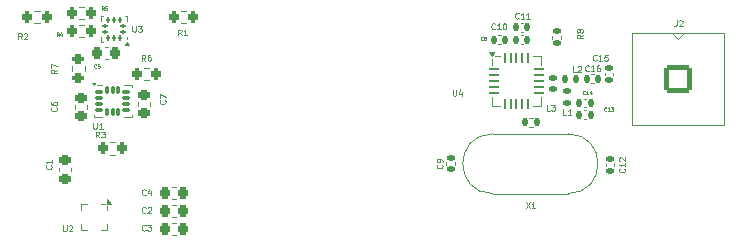
<source format=gto>
G04 #@! TF.GenerationSoftware,KiCad,Pcbnew,9.0.5*
G04 #@! TF.CreationDate,2025-11-03T18:46:07+02:00*
G04 #@! TF.ProjectId,elecDeTrimisproiect,656c6563-4465-4547-9269-6d697370726f,rev?*
G04 #@! TF.SameCoordinates,Original*
G04 #@! TF.FileFunction,Legend,Top*
G04 #@! TF.FilePolarity,Positive*
%FSLAX46Y46*%
G04 Gerber Fmt 4.6, Leading zero omitted, Abs format (unit mm)*
G04 Created by KiCad (PCBNEW 9.0.5) date 2025-11-03 18:46:07*
%MOMM*%
%LPD*%
G01*
G04 APERTURE LIST*
G04 Aperture macros list*
%AMRoundRect*
0 Rectangle with rounded corners*
0 $1 Rounding radius*
0 $2 $3 $4 $5 $6 $7 $8 $9 X,Y pos of 4 corners*
0 Add a 4 corners polygon primitive as box body*
4,1,4,$2,$3,$4,$5,$6,$7,$8,$9,$2,$3,0*
0 Add four circle primitives for the rounded corners*
1,1,$1+$1,$2,$3*
1,1,$1+$1,$4,$5*
1,1,$1+$1,$6,$7*
1,1,$1+$1,$8,$9*
0 Add four rect primitives between the rounded corners*
20,1,$1+$1,$2,$3,$4,$5,0*
20,1,$1+$1,$4,$5,$6,$7,0*
20,1,$1+$1,$6,$7,$8,$9,0*
20,1,$1+$1,$8,$9,$2,$3,0*%
G04 Aperture macros list end*
%ADD10C,0.125000*%
%ADD11C,0.075000*%
%ADD12C,0.120000*%
%ADD13R,2.500000X2.500000*%
%ADD14RoundRect,0.062500X-0.062500X-0.350000X0.062500X-0.350000X0.062500X0.350000X-0.062500X0.350000X0*%
%ADD15RoundRect,0.062500X-0.350000X-0.062500X0.350000X-0.062500X0.350000X0.062500X-0.350000X0.062500X0*%
%ADD16RoundRect,0.087500X0.125000X0.087500X-0.125000X0.087500X-0.125000X-0.087500X0.125000X-0.087500X0*%
%ADD17RoundRect,0.087500X0.087500X0.125000X-0.087500X0.125000X-0.087500X-0.125000X0.087500X-0.125000X0*%
%ADD18RoundRect,0.225000X-0.250000X0.225000X-0.250000X-0.225000X0.250000X-0.225000X0.250000X0.225000X0*%
%ADD19RoundRect,0.140000X0.170000X-0.140000X0.170000X0.140000X-0.170000X0.140000X-0.170000X-0.140000X0*%
%ADD20RoundRect,0.140000X-0.140000X-0.170000X0.140000X-0.170000X0.140000X0.170000X-0.140000X0.170000X0*%
%ADD21RoundRect,0.225000X0.225000X0.250000X-0.225000X0.250000X-0.225000X-0.250000X0.225000X-0.250000X0*%
%ADD22RoundRect,0.225000X-0.225000X-0.250000X0.225000X-0.250000X0.225000X0.250000X-0.225000X0.250000X0*%
%ADD23RoundRect,0.200000X0.200000X0.275000X-0.200000X0.275000X-0.200000X-0.275000X0.200000X-0.275000X0*%
%ADD24RoundRect,0.200000X-0.275000X0.200000X-0.275000X-0.200000X0.275000X-0.200000X0.275000X0.200000X0*%
%ADD25RoundRect,0.200100X-0.949900X0.949900X-0.949900X-0.949900X0.949900X-0.949900X0.949900X0.949900X0*%
%ADD26C,2.200000*%
%ADD27RoundRect,0.200000X-0.200000X-0.275000X0.200000X-0.275000X0.200000X0.275000X-0.200000X0.275000X0*%
%ADD28RoundRect,0.135000X-0.135000X-0.185000X0.135000X-0.185000X0.135000X0.185000X-0.135000X0.185000X0*%
%ADD29RoundRect,0.225000X0.250000X-0.225000X0.250000X0.225000X-0.250000X0.225000X-0.250000X-0.225000X0*%
%ADD30R,0.350000X0.375000*%
%ADD31R,0.375000X0.350000*%
%ADD32C,1.500000*%
%ADD33RoundRect,0.147500X0.172500X-0.147500X0.172500X0.147500X-0.172500X0.147500X-0.172500X-0.147500X0*%
%ADD34RoundRect,0.135000X-0.185000X0.135000X-0.185000X-0.135000X0.185000X-0.135000X0.185000X0.135000X0*%
%ADD35RoundRect,0.140000X0.140000X0.170000X-0.140000X0.170000X-0.140000X-0.170000X0.140000X-0.170000X0*%
%ADD36RoundRect,0.087500X-0.225000X-0.087500X0.225000X-0.087500X0.225000X0.087500X-0.225000X0.087500X0*%
%ADD37RoundRect,0.087500X-0.087500X-0.225000X0.087500X-0.225000X0.087500X0.225000X-0.087500X0.225000X0*%
%ADD38RoundRect,0.147500X-0.172500X0.147500X-0.172500X-0.147500X0.172500X-0.147500X0.172500X0.147500X0*%
%ADD39RoundRect,0.147500X-0.147500X-0.172500X0.147500X-0.172500X0.147500X0.172500X-0.147500X0.172500X0*%
%ADD40R,1.700000X1.700000*%
%ADD41C,1.700000*%
%ADD42C,5.400000*%
G04 APERTURE END LIST*
D10*
X67119047Y-44237309D02*
X67119047Y-44642071D01*
X67119047Y-44642071D02*
X67142857Y-44689690D01*
X67142857Y-44689690D02*
X67166666Y-44713500D01*
X67166666Y-44713500D02*
X67214285Y-44737309D01*
X67214285Y-44737309D02*
X67309523Y-44737309D01*
X67309523Y-44737309D02*
X67357142Y-44713500D01*
X67357142Y-44713500D02*
X67380952Y-44689690D01*
X67380952Y-44689690D02*
X67404761Y-44642071D01*
X67404761Y-44642071D02*
X67404761Y-44237309D01*
X67857143Y-44403976D02*
X67857143Y-44737309D01*
X67738095Y-44213500D02*
X67619048Y-44570642D01*
X67619048Y-44570642D02*
X67928571Y-44570642D01*
X39981547Y-38837309D02*
X39981547Y-39242071D01*
X39981547Y-39242071D02*
X40005357Y-39289690D01*
X40005357Y-39289690D02*
X40029166Y-39313500D01*
X40029166Y-39313500D02*
X40076785Y-39337309D01*
X40076785Y-39337309D02*
X40172023Y-39337309D01*
X40172023Y-39337309D02*
X40219642Y-39313500D01*
X40219642Y-39313500D02*
X40243452Y-39289690D01*
X40243452Y-39289690D02*
X40267261Y-39242071D01*
X40267261Y-39242071D02*
X40267261Y-38837309D01*
X40457738Y-38837309D02*
X40767262Y-38837309D01*
X40767262Y-38837309D02*
X40600595Y-39027785D01*
X40600595Y-39027785D02*
X40672024Y-39027785D01*
X40672024Y-39027785D02*
X40719643Y-39051595D01*
X40719643Y-39051595D02*
X40743452Y-39075404D01*
X40743452Y-39075404D02*
X40767262Y-39123023D01*
X40767262Y-39123023D02*
X40767262Y-39242071D01*
X40767262Y-39242071D02*
X40743452Y-39289690D01*
X40743452Y-39289690D02*
X40719643Y-39313500D01*
X40719643Y-39313500D02*
X40672024Y-39337309D01*
X40672024Y-39337309D02*
X40529167Y-39337309D01*
X40529167Y-39337309D02*
X40481548Y-39313500D01*
X40481548Y-39313500D02*
X40457738Y-39289690D01*
X33089690Y-50658333D02*
X33113500Y-50682142D01*
X33113500Y-50682142D02*
X33137309Y-50753571D01*
X33137309Y-50753571D02*
X33137309Y-50801190D01*
X33137309Y-50801190D02*
X33113500Y-50872618D01*
X33113500Y-50872618D02*
X33065880Y-50920237D01*
X33065880Y-50920237D02*
X33018261Y-50944047D01*
X33018261Y-50944047D02*
X32923023Y-50967856D01*
X32923023Y-50967856D02*
X32851595Y-50967856D01*
X32851595Y-50967856D02*
X32756357Y-50944047D01*
X32756357Y-50944047D02*
X32708738Y-50920237D01*
X32708738Y-50920237D02*
X32661119Y-50872618D01*
X32661119Y-50872618D02*
X32637309Y-50801190D01*
X32637309Y-50801190D02*
X32637309Y-50753571D01*
X32637309Y-50753571D02*
X32661119Y-50682142D01*
X32661119Y-50682142D02*
X32684928Y-50658333D01*
X33137309Y-50182142D02*
X33137309Y-50467856D01*
X33137309Y-50324999D02*
X32637309Y-50324999D01*
X32637309Y-50324999D02*
X32708738Y-50372618D01*
X32708738Y-50372618D02*
X32756357Y-50420237D01*
X32756357Y-50420237D02*
X32780166Y-50467856D01*
X79278571Y-41739690D02*
X79254762Y-41763500D01*
X79254762Y-41763500D02*
X79183333Y-41787309D01*
X79183333Y-41787309D02*
X79135714Y-41787309D01*
X79135714Y-41787309D02*
X79064286Y-41763500D01*
X79064286Y-41763500D02*
X79016667Y-41715880D01*
X79016667Y-41715880D02*
X78992857Y-41668261D01*
X78992857Y-41668261D02*
X78969048Y-41573023D01*
X78969048Y-41573023D02*
X78969048Y-41501595D01*
X78969048Y-41501595D02*
X78992857Y-41406357D01*
X78992857Y-41406357D02*
X79016667Y-41358738D01*
X79016667Y-41358738D02*
X79064286Y-41311119D01*
X79064286Y-41311119D02*
X79135714Y-41287309D01*
X79135714Y-41287309D02*
X79183333Y-41287309D01*
X79183333Y-41287309D02*
X79254762Y-41311119D01*
X79254762Y-41311119D02*
X79278571Y-41334928D01*
X79754762Y-41787309D02*
X79469048Y-41787309D01*
X79611905Y-41787309D02*
X79611905Y-41287309D01*
X79611905Y-41287309D02*
X79564286Y-41358738D01*
X79564286Y-41358738D02*
X79516667Y-41406357D01*
X79516667Y-41406357D02*
X79469048Y-41430166D01*
X80207142Y-41287309D02*
X79969047Y-41287309D01*
X79969047Y-41287309D02*
X79945238Y-41525404D01*
X79945238Y-41525404D02*
X79969047Y-41501595D01*
X79969047Y-41501595D02*
X80016666Y-41477785D01*
X80016666Y-41477785D02*
X80135714Y-41477785D01*
X80135714Y-41477785D02*
X80183333Y-41501595D01*
X80183333Y-41501595D02*
X80207142Y-41525404D01*
X80207142Y-41525404D02*
X80230952Y-41573023D01*
X80230952Y-41573023D02*
X80230952Y-41692071D01*
X80230952Y-41692071D02*
X80207142Y-41739690D01*
X80207142Y-41739690D02*
X80183333Y-41763500D01*
X80183333Y-41763500D02*
X80135714Y-41787309D01*
X80135714Y-41787309D02*
X80016666Y-41787309D01*
X80016666Y-41787309D02*
X79969047Y-41763500D01*
X79969047Y-41763500D02*
X79945238Y-41739690D01*
X33539690Y-45745833D02*
X33563500Y-45769642D01*
X33563500Y-45769642D02*
X33587309Y-45841071D01*
X33587309Y-45841071D02*
X33587309Y-45888690D01*
X33587309Y-45888690D02*
X33563500Y-45960118D01*
X33563500Y-45960118D02*
X33515880Y-46007737D01*
X33515880Y-46007737D02*
X33468261Y-46031547D01*
X33468261Y-46031547D02*
X33373023Y-46055356D01*
X33373023Y-46055356D02*
X33301595Y-46055356D01*
X33301595Y-46055356D02*
X33206357Y-46031547D01*
X33206357Y-46031547D02*
X33158738Y-46007737D01*
X33158738Y-46007737D02*
X33111119Y-45960118D01*
X33111119Y-45960118D02*
X33087309Y-45888690D01*
X33087309Y-45888690D02*
X33087309Y-45841071D01*
X33087309Y-45841071D02*
X33111119Y-45769642D01*
X33111119Y-45769642D02*
X33134928Y-45745833D01*
X33087309Y-45317261D02*
X33087309Y-45412499D01*
X33087309Y-45412499D02*
X33111119Y-45460118D01*
X33111119Y-45460118D02*
X33134928Y-45483928D01*
X33134928Y-45483928D02*
X33206357Y-45531547D01*
X33206357Y-45531547D02*
X33301595Y-45555356D01*
X33301595Y-45555356D02*
X33492071Y-45555356D01*
X33492071Y-45555356D02*
X33539690Y-45531547D01*
X33539690Y-45531547D02*
X33563500Y-45507737D01*
X33563500Y-45507737D02*
X33587309Y-45460118D01*
X33587309Y-45460118D02*
X33587309Y-45364880D01*
X33587309Y-45364880D02*
X33563500Y-45317261D01*
X33563500Y-45317261D02*
X33539690Y-45293452D01*
X33539690Y-45293452D02*
X33492071Y-45269642D01*
X33492071Y-45269642D02*
X33373023Y-45269642D01*
X33373023Y-45269642D02*
X33325404Y-45293452D01*
X33325404Y-45293452D02*
X33301595Y-45317261D01*
X33301595Y-45317261D02*
X33277785Y-45364880D01*
X33277785Y-45364880D02*
X33277785Y-45460118D01*
X33277785Y-45460118D02*
X33301595Y-45507737D01*
X33301595Y-45507737D02*
X33325404Y-45531547D01*
X33325404Y-45531547D02*
X33373023Y-45555356D01*
X78608571Y-42639690D02*
X78584762Y-42663500D01*
X78584762Y-42663500D02*
X78513333Y-42687309D01*
X78513333Y-42687309D02*
X78465714Y-42687309D01*
X78465714Y-42687309D02*
X78394286Y-42663500D01*
X78394286Y-42663500D02*
X78346667Y-42615880D01*
X78346667Y-42615880D02*
X78322857Y-42568261D01*
X78322857Y-42568261D02*
X78299048Y-42473023D01*
X78299048Y-42473023D02*
X78299048Y-42401595D01*
X78299048Y-42401595D02*
X78322857Y-42306357D01*
X78322857Y-42306357D02*
X78346667Y-42258738D01*
X78346667Y-42258738D02*
X78394286Y-42211119D01*
X78394286Y-42211119D02*
X78465714Y-42187309D01*
X78465714Y-42187309D02*
X78513333Y-42187309D01*
X78513333Y-42187309D02*
X78584762Y-42211119D01*
X78584762Y-42211119D02*
X78608571Y-42234928D01*
X79084762Y-42687309D02*
X78799048Y-42687309D01*
X78941905Y-42687309D02*
X78941905Y-42187309D01*
X78941905Y-42187309D02*
X78894286Y-42258738D01*
X78894286Y-42258738D02*
X78846667Y-42306357D01*
X78846667Y-42306357D02*
X78799048Y-42330166D01*
X79513333Y-42187309D02*
X79418095Y-42187309D01*
X79418095Y-42187309D02*
X79370476Y-42211119D01*
X79370476Y-42211119D02*
X79346666Y-42234928D01*
X79346666Y-42234928D02*
X79299047Y-42306357D01*
X79299047Y-42306357D02*
X79275238Y-42401595D01*
X79275238Y-42401595D02*
X79275238Y-42592071D01*
X79275238Y-42592071D02*
X79299047Y-42639690D01*
X79299047Y-42639690D02*
X79322857Y-42663500D01*
X79322857Y-42663500D02*
X79370476Y-42687309D01*
X79370476Y-42687309D02*
X79465714Y-42687309D01*
X79465714Y-42687309D02*
X79513333Y-42663500D01*
X79513333Y-42663500D02*
X79537142Y-42639690D01*
X79537142Y-42639690D02*
X79560952Y-42592071D01*
X79560952Y-42592071D02*
X79560952Y-42473023D01*
X79560952Y-42473023D02*
X79537142Y-42425404D01*
X79537142Y-42425404D02*
X79513333Y-42401595D01*
X79513333Y-42401595D02*
X79465714Y-42377785D01*
X79465714Y-42377785D02*
X79370476Y-42377785D01*
X79370476Y-42377785D02*
X79322857Y-42401595D01*
X79322857Y-42401595D02*
X79299047Y-42425404D01*
X79299047Y-42425404D02*
X79275238Y-42473023D01*
X66192190Y-50598333D02*
X66216000Y-50622142D01*
X66216000Y-50622142D02*
X66239809Y-50693571D01*
X66239809Y-50693571D02*
X66239809Y-50741190D01*
X66239809Y-50741190D02*
X66216000Y-50812618D01*
X66216000Y-50812618D02*
X66168380Y-50860237D01*
X66168380Y-50860237D02*
X66120761Y-50884047D01*
X66120761Y-50884047D02*
X66025523Y-50907856D01*
X66025523Y-50907856D02*
X65954095Y-50907856D01*
X65954095Y-50907856D02*
X65858857Y-50884047D01*
X65858857Y-50884047D02*
X65811238Y-50860237D01*
X65811238Y-50860237D02*
X65763619Y-50812618D01*
X65763619Y-50812618D02*
X65739809Y-50741190D01*
X65739809Y-50741190D02*
X65739809Y-50693571D01*
X65739809Y-50693571D02*
X65763619Y-50622142D01*
X65763619Y-50622142D02*
X65787428Y-50598333D01*
X66239809Y-50360237D02*
X66239809Y-50264999D01*
X66239809Y-50264999D02*
X66216000Y-50217380D01*
X66216000Y-50217380D02*
X66192190Y-50193571D01*
X66192190Y-50193571D02*
X66120761Y-50145952D01*
X66120761Y-50145952D02*
X66025523Y-50122142D01*
X66025523Y-50122142D02*
X65835047Y-50122142D01*
X65835047Y-50122142D02*
X65787428Y-50145952D01*
X65787428Y-50145952D02*
X65763619Y-50169761D01*
X65763619Y-50169761D02*
X65739809Y-50217380D01*
X65739809Y-50217380D02*
X65739809Y-50312618D01*
X65739809Y-50312618D02*
X65763619Y-50360237D01*
X65763619Y-50360237D02*
X65787428Y-50384047D01*
X65787428Y-50384047D02*
X65835047Y-50407856D01*
X65835047Y-50407856D02*
X65954095Y-50407856D01*
X65954095Y-50407856D02*
X66001714Y-50384047D01*
X66001714Y-50384047D02*
X66025523Y-50360237D01*
X66025523Y-50360237D02*
X66049333Y-50312618D01*
X66049333Y-50312618D02*
X66049333Y-50217380D01*
X66049333Y-50217380D02*
X66025523Y-50169761D01*
X66025523Y-50169761D02*
X66001714Y-50145952D01*
X66001714Y-50145952D02*
X65954095Y-50122142D01*
D11*
X36912500Y-42368814D02*
X36898214Y-42383100D01*
X36898214Y-42383100D02*
X36855357Y-42397385D01*
X36855357Y-42397385D02*
X36826785Y-42397385D01*
X36826785Y-42397385D02*
X36783928Y-42383100D01*
X36783928Y-42383100D02*
X36755357Y-42354528D01*
X36755357Y-42354528D02*
X36741071Y-42325957D01*
X36741071Y-42325957D02*
X36726785Y-42268814D01*
X36726785Y-42268814D02*
X36726785Y-42225957D01*
X36726785Y-42225957D02*
X36741071Y-42168814D01*
X36741071Y-42168814D02*
X36755357Y-42140242D01*
X36755357Y-42140242D02*
X36783928Y-42111671D01*
X36783928Y-42111671D02*
X36826785Y-42097385D01*
X36826785Y-42097385D02*
X36855357Y-42097385D01*
X36855357Y-42097385D02*
X36898214Y-42111671D01*
X36898214Y-42111671D02*
X36912500Y-42125957D01*
X37183928Y-42097385D02*
X37041071Y-42097385D01*
X37041071Y-42097385D02*
X37026785Y-42240242D01*
X37026785Y-42240242D02*
X37041071Y-42225957D01*
X37041071Y-42225957D02*
X37069643Y-42211671D01*
X37069643Y-42211671D02*
X37141071Y-42211671D01*
X37141071Y-42211671D02*
X37169643Y-42225957D01*
X37169643Y-42225957D02*
X37183928Y-42240242D01*
X37183928Y-42240242D02*
X37198214Y-42268814D01*
X37198214Y-42268814D02*
X37198214Y-42340242D01*
X37198214Y-42340242D02*
X37183928Y-42368814D01*
X37183928Y-42368814D02*
X37169643Y-42383100D01*
X37169643Y-42383100D02*
X37141071Y-42397385D01*
X37141071Y-42397385D02*
X37069643Y-42397385D01*
X37069643Y-42397385D02*
X37041071Y-42383100D01*
X37041071Y-42383100D02*
X37026785Y-42368814D01*
D10*
X41091666Y-54627190D02*
X41067857Y-54651000D01*
X41067857Y-54651000D02*
X40996428Y-54674809D01*
X40996428Y-54674809D02*
X40948809Y-54674809D01*
X40948809Y-54674809D02*
X40877381Y-54651000D01*
X40877381Y-54651000D02*
X40829762Y-54603380D01*
X40829762Y-54603380D02*
X40805952Y-54555761D01*
X40805952Y-54555761D02*
X40782143Y-54460523D01*
X40782143Y-54460523D02*
X40782143Y-54389095D01*
X40782143Y-54389095D02*
X40805952Y-54293857D01*
X40805952Y-54293857D02*
X40829762Y-54246238D01*
X40829762Y-54246238D02*
X40877381Y-54198619D01*
X40877381Y-54198619D02*
X40948809Y-54174809D01*
X40948809Y-54174809D02*
X40996428Y-54174809D01*
X40996428Y-54174809D02*
X41067857Y-54198619D01*
X41067857Y-54198619D02*
X41091666Y-54222428D01*
X41282143Y-54222428D02*
X41305952Y-54198619D01*
X41305952Y-54198619D02*
X41353571Y-54174809D01*
X41353571Y-54174809D02*
X41472619Y-54174809D01*
X41472619Y-54174809D02*
X41520238Y-54198619D01*
X41520238Y-54198619D02*
X41544047Y-54222428D01*
X41544047Y-54222428D02*
X41567857Y-54270047D01*
X41567857Y-54270047D02*
X41567857Y-54317666D01*
X41567857Y-54317666D02*
X41544047Y-54389095D01*
X41544047Y-54389095D02*
X41258333Y-54674809D01*
X41258333Y-54674809D02*
X41567857Y-54674809D01*
X70678571Y-39089690D02*
X70654762Y-39113500D01*
X70654762Y-39113500D02*
X70583333Y-39137309D01*
X70583333Y-39137309D02*
X70535714Y-39137309D01*
X70535714Y-39137309D02*
X70464286Y-39113500D01*
X70464286Y-39113500D02*
X70416667Y-39065880D01*
X70416667Y-39065880D02*
X70392857Y-39018261D01*
X70392857Y-39018261D02*
X70369048Y-38923023D01*
X70369048Y-38923023D02*
X70369048Y-38851595D01*
X70369048Y-38851595D02*
X70392857Y-38756357D01*
X70392857Y-38756357D02*
X70416667Y-38708738D01*
X70416667Y-38708738D02*
X70464286Y-38661119D01*
X70464286Y-38661119D02*
X70535714Y-38637309D01*
X70535714Y-38637309D02*
X70583333Y-38637309D01*
X70583333Y-38637309D02*
X70654762Y-38661119D01*
X70654762Y-38661119D02*
X70678571Y-38684928D01*
X71154762Y-39137309D02*
X70869048Y-39137309D01*
X71011905Y-39137309D02*
X71011905Y-38637309D01*
X71011905Y-38637309D02*
X70964286Y-38708738D01*
X70964286Y-38708738D02*
X70916667Y-38756357D01*
X70916667Y-38756357D02*
X70869048Y-38780166D01*
X71464285Y-38637309D02*
X71511904Y-38637309D01*
X71511904Y-38637309D02*
X71559523Y-38661119D01*
X71559523Y-38661119D02*
X71583333Y-38684928D01*
X71583333Y-38684928D02*
X71607142Y-38732547D01*
X71607142Y-38732547D02*
X71630952Y-38827785D01*
X71630952Y-38827785D02*
X71630952Y-38946833D01*
X71630952Y-38946833D02*
X71607142Y-39042071D01*
X71607142Y-39042071D02*
X71583333Y-39089690D01*
X71583333Y-39089690D02*
X71559523Y-39113500D01*
X71559523Y-39113500D02*
X71511904Y-39137309D01*
X71511904Y-39137309D02*
X71464285Y-39137309D01*
X71464285Y-39137309D02*
X71416666Y-39113500D01*
X71416666Y-39113500D02*
X71392857Y-39089690D01*
X71392857Y-39089690D02*
X71369047Y-39042071D01*
X71369047Y-39042071D02*
X71345238Y-38946833D01*
X71345238Y-38946833D02*
X71345238Y-38827785D01*
X71345238Y-38827785D02*
X71369047Y-38732547D01*
X71369047Y-38732547D02*
X71392857Y-38684928D01*
X71392857Y-38684928D02*
X71416666Y-38661119D01*
X71416666Y-38661119D02*
X71464285Y-38637309D01*
D11*
X80107143Y-46018814D02*
X80092857Y-46033100D01*
X80092857Y-46033100D02*
X80050000Y-46047385D01*
X80050000Y-46047385D02*
X80021428Y-46047385D01*
X80021428Y-46047385D02*
X79978571Y-46033100D01*
X79978571Y-46033100D02*
X79950000Y-46004528D01*
X79950000Y-46004528D02*
X79935714Y-45975957D01*
X79935714Y-45975957D02*
X79921428Y-45918814D01*
X79921428Y-45918814D02*
X79921428Y-45875957D01*
X79921428Y-45875957D02*
X79935714Y-45818814D01*
X79935714Y-45818814D02*
X79950000Y-45790242D01*
X79950000Y-45790242D02*
X79978571Y-45761671D01*
X79978571Y-45761671D02*
X80021428Y-45747385D01*
X80021428Y-45747385D02*
X80050000Y-45747385D01*
X80050000Y-45747385D02*
X80092857Y-45761671D01*
X80092857Y-45761671D02*
X80107143Y-45775957D01*
X80392857Y-46047385D02*
X80221428Y-46047385D01*
X80307143Y-46047385D02*
X80307143Y-45747385D01*
X80307143Y-45747385D02*
X80278571Y-45790242D01*
X80278571Y-45790242D02*
X80250000Y-45818814D01*
X80250000Y-45818814D02*
X80221428Y-45833100D01*
X80492857Y-45747385D02*
X80678571Y-45747385D01*
X80678571Y-45747385D02*
X80578571Y-45861671D01*
X80578571Y-45861671D02*
X80621428Y-45861671D01*
X80621428Y-45861671D02*
X80650000Y-45875957D01*
X80650000Y-45875957D02*
X80664285Y-45890242D01*
X80664285Y-45890242D02*
X80678571Y-45918814D01*
X80678571Y-45918814D02*
X80678571Y-45990242D01*
X80678571Y-45990242D02*
X80664285Y-46018814D01*
X80664285Y-46018814D02*
X80650000Y-46033100D01*
X80650000Y-46033100D02*
X80621428Y-46047385D01*
X80621428Y-46047385D02*
X80535714Y-46047385D01*
X80535714Y-46047385D02*
X80507142Y-46033100D01*
X80507142Y-46033100D02*
X80492857Y-46018814D01*
D10*
X44141666Y-39649809D02*
X43975000Y-39411714D01*
X43855952Y-39649809D02*
X43855952Y-39149809D01*
X43855952Y-39149809D02*
X44046428Y-39149809D01*
X44046428Y-39149809D02*
X44094047Y-39173619D01*
X44094047Y-39173619D02*
X44117857Y-39197428D01*
X44117857Y-39197428D02*
X44141666Y-39245047D01*
X44141666Y-39245047D02*
X44141666Y-39316476D01*
X44141666Y-39316476D02*
X44117857Y-39364095D01*
X44117857Y-39364095D02*
X44094047Y-39387904D01*
X44094047Y-39387904D02*
X44046428Y-39411714D01*
X44046428Y-39411714D02*
X43855952Y-39411714D01*
X44617857Y-39649809D02*
X44332143Y-39649809D01*
X44475000Y-39649809D02*
X44475000Y-39149809D01*
X44475000Y-39149809D02*
X44427381Y-39221238D01*
X44427381Y-39221238D02*
X44379762Y-39268857D01*
X44379762Y-39268857D02*
X44332143Y-39292666D01*
X41091666Y-56127190D02*
X41067857Y-56151000D01*
X41067857Y-56151000D02*
X40996428Y-56174809D01*
X40996428Y-56174809D02*
X40948809Y-56174809D01*
X40948809Y-56174809D02*
X40877381Y-56151000D01*
X40877381Y-56151000D02*
X40829762Y-56103380D01*
X40829762Y-56103380D02*
X40805952Y-56055761D01*
X40805952Y-56055761D02*
X40782143Y-55960523D01*
X40782143Y-55960523D02*
X40782143Y-55889095D01*
X40782143Y-55889095D02*
X40805952Y-55793857D01*
X40805952Y-55793857D02*
X40829762Y-55746238D01*
X40829762Y-55746238D02*
X40877381Y-55698619D01*
X40877381Y-55698619D02*
X40948809Y-55674809D01*
X40948809Y-55674809D02*
X40996428Y-55674809D01*
X40996428Y-55674809D02*
X41067857Y-55698619D01*
X41067857Y-55698619D02*
X41091666Y-55722428D01*
X41258333Y-55674809D02*
X41567857Y-55674809D01*
X41567857Y-55674809D02*
X41401190Y-55865285D01*
X41401190Y-55865285D02*
X41472619Y-55865285D01*
X41472619Y-55865285D02*
X41520238Y-55889095D01*
X41520238Y-55889095D02*
X41544047Y-55912904D01*
X41544047Y-55912904D02*
X41567857Y-55960523D01*
X41567857Y-55960523D02*
X41567857Y-56079571D01*
X41567857Y-56079571D02*
X41544047Y-56127190D01*
X41544047Y-56127190D02*
X41520238Y-56151000D01*
X41520238Y-56151000D02*
X41472619Y-56174809D01*
X41472619Y-56174809D02*
X41329762Y-56174809D01*
X41329762Y-56174809D02*
X41282143Y-56151000D01*
X41282143Y-56151000D02*
X41258333Y-56127190D01*
X33587309Y-42545833D02*
X33349214Y-42712499D01*
X33587309Y-42831547D02*
X33087309Y-42831547D01*
X33087309Y-42831547D02*
X33087309Y-42641071D01*
X33087309Y-42641071D02*
X33111119Y-42593452D01*
X33111119Y-42593452D02*
X33134928Y-42569642D01*
X33134928Y-42569642D02*
X33182547Y-42545833D01*
X33182547Y-42545833D02*
X33253976Y-42545833D01*
X33253976Y-42545833D02*
X33301595Y-42569642D01*
X33301595Y-42569642D02*
X33325404Y-42593452D01*
X33325404Y-42593452D02*
X33349214Y-42641071D01*
X33349214Y-42641071D02*
X33349214Y-42831547D01*
X33087309Y-42379166D02*
X33087309Y-42045833D01*
X33087309Y-42045833D02*
X33587309Y-42260118D01*
D11*
X37562500Y-37497385D02*
X37462500Y-37354528D01*
X37391071Y-37497385D02*
X37391071Y-37197385D01*
X37391071Y-37197385D02*
X37505357Y-37197385D01*
X37505357Y-37197385D02*
X37533928Y-37211671D01*
X37533928Y-37211671D02*
X37548214Y-37225957D01*
X37548214Y-37225957D02*
X37562500Y-37254528D01*
X37562500Y-37254528D02*
X37562500Y-37297385D01*
X37562500Y-37297385D02*
X37548214Y-37325957D01*
X37548214Y-37325957D02*
X37533928Y-37340242D01*
X37533928Y-37340242D02*
X37505357Y-37354528D01*
X37505357Y-37354528D02*
X37391071Y-37354528D01*
X37833928Y-37197385D02*
X37691071Y-37197385D01*
X37691071Y-37197385D02*
X37676785Y-37340242D01*
X37676785Y-37340242D02*
X37691071Y-37325957D01*
X37691071Y-37325957D02*
X37719643Y-37311671D01*
X37719643Y-37311671D02*
X37791071Y-37311671D01*
X37791071Y-37311671D02*
X37819643Y-37325957D01*
X37819643Y-37325957D02*
X37833928Y-37340242D01*
X37833928Y-37340242D02*
X37848214Y-37368814D01*
X37848214Y-37368814D02*
X37848214Y-37440242D01*
X37848214Y-37440242D02*
X37833928Y-37468814D01*
X37833928Y-37468814D02*
X37819643Y-37483100D01*
X37819643Y-37483100D02*
X37791071Y-37497385D01*
X37791071Y-37497385D02*
X37719643Y-37497385D01*
X37719643Y-37497385D02*
X37691071Y-37483100D01*
X37691071Y-37483100D02*
X37676785Y-37468814D01*
D10*
X86058333Y-38374809D02*
X86058333Y-38731952D01*
X86058333Y-38731952D02*
X86034524Y-38803380D01*
X86034524Y-38803380D02*
X85986905Y-38851000D01*
X85986905Y-38851000D02*
X85915476Y-38874809D01*
X85915476Y-38874809D02*
X85867857Y-38874809D01*
X86272619Y-38422428D02*
X86296428Y-38398619D01*
X86296428Y-38398619D02*
X86344047Y-38374809D01*
X86344047Y-38374809D02*
X86463095Y-38374809D01*
X86463095Y-38374809D02*
X86510714Y-38398619D01*
X86510714Y-38398619D02*
X86534523Y-38422428D01*
X86534523Y-38422428D02*
X86558333Y-38470047D01*
X86558333Y-38470047D02*
X86558333Y-38517666D01*
X86558333Y-38517666D02*
X86534523Y-38589095D01*
X86534523Y-38589095D02*
X86248809Y-38874809D01*
X86248809Y-38874809D02*
X86558333Y-38874809D01*
D11*
X78307143Y-44618814D02*
X78292857Y-44633100D01*
X78292857Y-44633100D02*
X78250000Y-44647385D01*
X78250000Y-44647385D02*
X78221428Y-44647385D01*
X78221428Y-44647385D02*
X78178571Y-44633100D01*
X78178571Y-44633100D02*
X78150000Y-44604528D01*
X78150000Y-44604528D02*
X78135714Y-44575957D01*
X78135714Y-44575957D02*
X78121428Y-44518814D01*
X78121428Y-44518814D02*
X78121428Y-44475957D01*
X78121428Y-44475957D02*
X78135714Y-44418814D01*
X78135714Y-44418814D02*
X78150000Y-44390242D01*
X78150000Y-44390242D02*
X78178571Y-44361671D01*
X78178571Y-44361671D02*
X78221428Y-44347385D01*
X78221428Y-44347385D02*
X78250000Y-44347385D01*
X78250000Y-44347385D02*
X78292857Y-44361671D01*
X78292857Y-44361671D02*
X78307143Y-44375957D01*
X78592857Y-44647385D02*
X78421428Y-44647385D01*
X78507143Y-44647385D02*
X78507143Y-44347385D01*
X78507143Y-44347385D02*
X78478571Y-44390242D01*
X78478571Y-44390242D02*
X78450000Y-44418814D01*
X78450000Y-44418814D02*
X78421428Y-44433100D01*
X78850000Y-44447385D02*
X78850000Y-44647385D01*
X78778571Y-44333100D02*
X78707142Y-44547385D01*
X78707142Y-44547385D02*
X78892857Y-44547385D01*
D10*
X37179166Y-48287309D02*
X37012500Y-48049214D01*
X36893452Y-48287309D02*
X36893452Y-47787309D01*
X36893452Y-47787309D02*
X37083928Y-47787309D01*
X37083928Y-47787309D02*
X37131547Y-47811119D01*
X37131547Y-47811119D02*
X37155357Y-47834928D01*
X37155357Y-47834928D02*
X37179166Y-47882547D01*
X37179166Y-47882547D02*
X37179166Y-47953976D01*
X37179166Y-47953976D02*
X37155357Y-48001595D01*
X37155357Y-48001595D02*
X37131547Y-48025404D01*
X37131547Y-48025404D02*
X37083928Y-48049214D01*
X37083928Y-48049214D02*
X36893452Y-48049214D01*
X37345833Y-47787309D02*
X37655357Y-47787309D01*
X37655357Y-47787309D02*
X37488690Y-47977785D01*
X37488690Y-47977785D02*
X37560119Y-47977785D01*
X37560119Y-47977785D02*
X37607738Y-48001595D01*
X37607738Y-48001595D02*
X37631547Y-48025404D01*
X37631547Y-48025404D02*
X37655357Y-48073023D01*
X37655357Y-48073023D02*
X37655357Y-48192071D01*
X37655357Y-48192071D02*
X37631547Y-48239690D01*
X37631547Y-48239690D02*
X37607738Y-48263500D01*
X37607738Y-48263500D02*
X37560119Y-48287309D01*
X37560119Y-48287309D02*
X37417262Y-48287309D01*
X37417262Y-48287309D02*
X37369643Y-48263500D01*
X37369643Y-48263500D02*
X37345833Y-48239690D01*
X42739690Y-45145833D02*
X42763500Y-45169642D01*
X42763500Y-45169642D02*
X42787309Y-45241071D01*
X42787309Y-45241071D02*
X42787309Y-45288690D01*
X42787309Y-45288690D02*
X42763500Y-45360118D01*
X42763500Y-45360118D02*
X42715880Y-45407737D01*
X42715880Y-45407737D02*
X42668261Y-45431547D01*
X42668261Y-45431547D02*
X42573023Y-45455356D01*
X42573023Y-45455356D02*
X42501595Y-45455356D01*
X42501595Y-45455356D02*
X42406357Y-45431547D01*
X42406357Y-45431547D02*
X42358738Y-45407737D01*
X42358738Y-45407737D02*
X42311119Y-45360118D01*
X42311119Y-45360118D02*
X42287309Y-45288690D01*
X42287309Y-45288690D02*
X42287309Y-45241071D01*
X42287309Y-45241071D02*
X42311119Y-45169642D01*
X42311119Y-45169642D02*
X42334928Y-45145833D01*
X42287309Y-44979166D02*
X42287309Y-44645833D01*
X42287309Y-44645833D02*
X42787309Y-44860118D01*
X41079166Y-41787309D02*
X40912500Y-41549214D01*
X40793452Y-41787309D02*
X40793452Y-41287309D01*
X40793452Y-41287309D02*
X40983928Y-41287309D01*
X40983928Y-41287309D02*
X41031547Y-41311119D01*
X41031547Y-41311119D02*
X41055357Y-41334928D01*
X41055357Y-41334928D02*
X41079166Y-41382547D01*
X41079166Y-41382547D02*
X41079166Y-41453976D01*
X41079166Y-41453976D02*
X41055357Y-41501595D01*
X41055357Y-41501595D02*
X41031547Y-41525404D01*
X41031547Y-41525404D02*
X40983928Y-41549214D01*
X40983928Y-41549214D02*
X40793452Y-41549214D01*
X41507738Y-41287309D02*
X41412500Y-41287309D01*
X41412500Y-41287309D02*
X41364881Y-41311119D01*
X41364881Y-41311119D02*
X41341071Y-41334928D01*
X41341071Y-41334928D02*
X41293452Y-41406357D01*
X41293452Y-41406357D02*
X41269643Y-41501595D01*
X41269643Y-41501595D02*
X41269643Y-41692071D01*
X41269643Y-41692071D02*
X41293452Y-41739690D01*
X41293452Y-41739690D02*
X41317262Y-41763500D01*
X41317262Y-41763500D02*
X41364881Y-41787309D01*
X41364881Y-41787309D02*
X41460119Y-41787309D01*
X41460119Y-41787309D02*
X41507738Y-41763500D01*
X41507738Y-41763500D02*
X41531547Y-41739690D01*
X41531547Y-41739690D02*
X41555357Y-41692071D01*
X41555357Y-41692071D02*
X41555357Y-41573023D01*
X41555357Y-41573023D02*
X41531547Y-41525404D01*
X41531547Y-41525404D02*
X41507738Y-41501595D01*
X41507738Y-41501595D02*
X41460119Y-41477785D01*
X41460119Y-41477785D02*
X41364881Y-41477785D01*
X41364881Y-41477785D02*
X41317262Y-41501595D01*
X41317262Y-41501595D02*
X41293452Y-41525404D01*
X41293452Y-41525404D02*
X41269643Y-41573023D01*
X34119047Y-55724809D02*
X34119047Y-56129571D01*
X34119047Y-56129571D02*
X34142857Y-56177190D01*
X34142857Y-56177190D02*
X34166666Y-56201000D01*
X34166666Y-56201000D02*
X34214285Y-56224809D01*
X34214285Y-56224809D02*
X34309523Y-56224809D01*
X34309523Y-56224809D02*
X34357142Y-56201000D01*
X34357142Y-56201000D02*
X34380952Y-56177190D01*
X34380952Y-56177190D02*
X34404761Y-56129571D01*
X34404761Y-56129571D02*
X34404761Y-55724809D01*
X34619048Y-55772428D02*
X34642857Y-55748619D01*
X34642857Y-55748619D02*
X34690476Y-55724809D01*
X34690476Y-55724809D02*
X34809524Y-55724809D01*
X34809524Y-55724809D02*
X34857143Y-55748619D01*
X34857143Y-55748619D02*
X34880952Y-55772428D01*
X34880952Y-55772428D02*
X34904762Y-55820047D01*
X34904762Y-55820047D02*
X34904762Y-55867666D01*
X34904762Y-55867666D02*
X34880952Y-55939095D01*
X34880952Y-55939095D02*
X34595238Y-56224809D01*
X34595238Y-56224809D02*
X34904762Y-56224809D01*
X73280238Y-53789809D02*
X73613571Y-54289809D01*
X73613571Y-53789809D02*
X73280238Y-54289809D01*
X74065952Y-54289809D02*
X73780238Y-54289809D01*
X73923095Y-54289809D02*
X73923095Y-53789809D01*
X73923095Y-53789809D02*
X73875476Y-53861238D01*
X73875476Y-53861238D02*
X73827857Y-53908857D01*
X73827857Y-53908857D02*
X73780238Y-53932666D01*
X76716666Y-46387309D02*
X76478571Y-46387309D01*
X76478571Y-46387309D02*
X76478571Y-45887309D01*
X77145238Y-46387309D02*
X76859524Y-46387309D01*
X77002381Y-46387309D02*
X77002381Y-45887309D01*
X77002381Y-45887309D02*
X76954762Y-45958738D01*
X76954762Y-45958738D02*
X76907143Y-46006357D01*
X76907143Y-46006357D02*
X76859524Y-46030166D01*
X72678571Y-38189690D02*
X72654762Y-38213500D01*
X72654762Y-38213500D02*
X72583333Y-38237309D01*
X72583333Y-38237309D02*
X72535714Y-38237309D01*
X72535714Y-38237309D02*
X72464286Y-38213500D01*
X72464286Y-38213500D02*
X72416667Y-38165880D01*
X72416667Y-38165880D02*
X72392857Y-38118261D01*
X72392857Y-38118261D02*
X72369048Y-38023023D01*
X72369048Y-38023023D02*
X72369048Y-37951595D01*
X72369048Y-37951595D02*
X72392857Y-37856357D01*
X72392857Y-37856357D02*
X72416667Y-37808738D01*
X72416667Y-37808738D02*
X72464286Y-37761119D01*
X72464286Y-37761119D02*
X72535714Y-37737309D01*
X72535714Y-37737309D02*
X72583333Y-37737309D01*
X72583333Y-37737309D02*
X72654762Y-37761119D01*
X72654762Y-37761119D02*
X72678571Y-37784928D01*
X73154762Y-38237309D02*
X72869048Y-38237309D01*
X73011905Y-38237309D02*
X73011905Y-37737309D01*
X73011905Y-37737309D02*
X72964286Y-37808738D01*
X72964286Y-37808738D02*
X72916667Y-37856357D01*
X72916667Y-37856357D02*
X72869048Y-37880166D01*
X73630952Y-38237309D02*
X73345238Y-38237309D01*
X73488095Y-38237309D02*
X73488095Y-37737309D01*
X73488095Y-37737309D02*
X73440476Y-37808738D01*
X73440476Y-37808738D02*
X73392857Y-37856357D01*
X73392857Y-37856357D02*
X73345238Y-37880166D01*
X78124809Y-39595833D02*
X77886714Y-39762499D01*
X78124809Y-39881547D02*
X77624809Y-39881547D01*
X77624809Y-39881547D02*
X77624809Y-39691071D01*
X77624809Y-39691071D02*
X77648619Y-39643452D01*
X77648619Y-39643452D02*
X77672428Y-39619642D01*
X77672428Y-39619642D02*
X77720047Y-39595833D01*
X77720047Y-39595833D02*
X77791476Y-39595833D01*
X77791476Y-39595833D02*
X77839095Y-39619642D01*
X77839095Y-39619642D02*
X77862904Y-39643452D01*
X77862904Y-39643452D02*
X77886714Y-39691071D01*
X77886714Y-39691071D02*
X77886714Y-39881547D01*
X77839095Y-39310118D02*
X77815285Y-39357737D01*
X77815285Y-39357737D02*
X77791476Y-39381547D01*
X77791476Y-39381547D02*
X77743857Y-39405356D01*
X77743857Y-39405356D02*
X77720047Y-39405356D01*
X77720047Y-39405356D02*
X77672428Y-39381547D01*
X77672428Y-39381547D02*
X77648619Y-39357737D01*
X77648619Y-39357737D02*
X77624809Y-39310118D01*
X77624809Y-39310118D02*
X77624809Y-39214880D01*
X77624809Y-39214880D02*
X77648619Y-39167261D01*
X77648619Y-39167261D02*
X77672428Y-39143452D01*
X77672428Y-39143452D02*
X77720047Y-39119642D01*
X77720047Y-39119642D02*
X77743857Y-39119642D01*
X77743857Y-39119642D02*
X77791476Y-39143452D01*
X77791476Y-39143452D02*
X77815285Y-39167261D01*
X77815285Y-39167261D02*
X77839095Y-39214880D01*
X77839095Y-39214880D02*
X77839095Y-39310118D01*
X77839095Y-39310118D02*
X77862904Y-39357737D01*
X77862904Y-39357737D02*
X77886714Y-39381547D01*
X77886714Y-39381547D02*
X77934333Y-39405356D01*
X77934333Y-39405356D02*
X78029571Y-39405356D01*
X78029571Y-39405356D02*
X78077190Y-39381547D01*
X78077190Y-39381547D02*
X78101000Y-39357737D01*
X78101000Y-39357737D02*
X78124809Y-39310118D01*
X78124809Y-39310118D02*
X78124809Y-39214880D01*
X78124809Y-39214880D02*
X78101000Y-39167261D01*
X78101000Y-39167261D02*
X78077190Y-39143452D01*
X78077190Y-39143452D02*
X78029571Y-39119642D01*
X78029571Y-39119642D02*
X77934333Y-39119642D01*
X77934333Y-39119642D02*
X77886714Y-39143452D01*
X77886714Y-39143452D02*
X77862904Y-39167261D01*
X77862904Y-39167261D02*
X77839095Y-39214880D01*
D11*
X69650000Y-40018814D02*
X69635714Y-40033100D01*
X69635714Y-40033100D02*
X69592857Y-40047385D01*
X69592857Y-40047385D02*
X69564285Y-40047385D01*
X69564285Y-40047385D02*
X69521428Y-40033100D01*
X69521428Y-40033100D02*
X69492857Y-40004528D01*
X69492857Y-40004528D02*
X69478571Y-39975957D01*
X69478571Y-39975957D02*
X69464285Y-39918814D01*
X69464285Y-39918814D02*
X69464285Y-39875957D01*
X69464285Y-39875957D02*
X69478571Y-39818814D01*
X69478571Y-39818814D02*
X69492857Y-39790242D01*
X69492857Y-39790242D02*
X69521428Y-39761671D01*
X69521428Y-39761671D02*
X69564285Y-39747385D01*
X69564285Y-39747385D02*
X69592857Y-39747385D01*
X69592857Y-39747385D02*
X69635714Y-39761671D01*
X69635714Y-39761671D02*
X69650000Y-39775957D01*
X69821428Y-39875957D02*
X69792857Y-39861671D01*
X69792857Y-39861671D02*
X69778571Y-39847385D01*
X69778571Y-39847385D02*
X69764285Y-39818814D01*
X69764285Y-39818814D02*
X69764285Y-39804528D01*
X69764285Y-39804528D02*
X69778571Y-39775957D01*
X69778571Y-39775957D02*
X69792857Y-39761671D01*
X69792857Y-39761671D02*
X69821428Y-39747385D01*
X69821428Y-39747385D02*
X69878571Y-39747385D01*
X69878571Y-39747385D02*
X69907143Y-39761671D01*
X69907143Y-39761671D02*
X69921428Y-39775957D01*
X69921428Y-39775957D02*
X69935714Y-39804528D01*
X69935714Y-39804528D02*
X69935714Y-39818814D01*
X69935714Y-39818814D02*
X69921428Y-39847385D01*
X69921428Y-39847385D02*
X69907143Y-39861671D01*
X69907143Y-39861671D02*
X69878571Y-39875957D01*
X69878571Y-39875957D02*
X69821428Y-39875957D01*
X69821428Y-39875957D02*
X69792857Y-39890242D01*
X69792857Y-39890242D02*
X69778571Y-39904528D01*
X69778571Y-39904528D02*
X69764285Y-39933100D01*
X69764285Y-39933100D02*
X69764285Y-39990242D01*
X69764285Y-39990242D02*
X69778571Y-40018814D01*
X69778571Y-40018814D02*
X69792857Y-40033100D01*
X69792857Y-40033100D02*
X69821428Y-40047385D01*
X69821428Y-40047385D02*
X69878571Y-40047385D01*
X69878571Y-40047385D02*
X69907143Y-40033100D01*
X69907143Y-40033100D02*
X69921428Y-40018814D01*
X69921428Y-40018814D02*
X69935714Y-39990242D01*
X69935714Y-39990242D02*
X69935714Y-39933100D01*
X69935714Y-39933100D02*
X69921428Y-39904528D01*
X69921428Y-39904528D02*
X69907143Y-39890242D01*
X69907143Y-39890242D02*
X69878571Y-39875957D01*
D10*
X41091666Y-53127190D02*
X41067857Y-53151000D01*
X41067857Y-53151000D02*
X40996428Y-53174809D01*
X40996428Y-53174809D02*
X40948809Y-53174809D01*
X40948809Y-53174809D02*
X40877381Y-53151000D01*
X40877381Y-53151000D02*
X40829762Y-53103380D01*
X40829762Y-53103380D02*
X40805952Y-53055761D01*
X40805952Y-53055761D02*
X40782143Y-52960523D01*
X40782143Y-52960523D02*
X40782143Y-52889095D01*
X40782143Y-52889095D02*
X40805952Y-52793857D01*
X40805952Y-52793857D02*
X40829762Y-52746238D01*
X40829762Y-52746238D02*
X40877381Y-52698619D01*
X40877381Y-52698619D02*
X40948809Y-52674809D01*
X40948809Y-52674809D02*
X40996428Y-52674809D01*
X40996428Y-52674809D02*
X41067857Y-52698619D01*
X41067857Y-52698619D02*
X41091666Y-52722428D01*
X41520238Y-52841476D02*
X41520238Y-53174809D01*
X41401190Y-52651000D02*
X41282143Y-53008142D01*
X41282143Y-53008142D02*
X41591666Y-53008142D01*
X81642190Y-50936428D02*
X81666000Y-50960237D01*
X81666000Y-50960237D02*
X81689809Y-51031666D01*
X81689809Y-51031666D02*
X81689809Y-51079285D01*
X81689809Y-51079285D02*
X81666000Y-51150713D01*
X81666000Y-51150713D02*
X81618380Y-51198332D01*
X81618380Y-51198332D02*
X81570761Y-51222142D01*
X81570761Y-51222142D02*
X81475523Y-51245951D01*
X81475523Y-51245951D02*
X81404095Y-51245951D01*
X81404095Y-51245951D02*
X81308857Y-51222142D01*
X81308857Y-51222142D02*
X81261238Y-51198332D01*
X81261238Y-51198332D02*
X81213619Y-51150713D01*
X81213619Y-51150713D02*
X81189809Y-51079285D01*
X81189809Y-51079285D02*
X81189809Y-51031666D01*
X81189809Y-51031666D02*
X81213619Y-50960237D01*
X81213619Y-50960237D02*
X81237428Y-50936428D01*
X81689809Y-50460237D02*
X81689809Y-50745951D01*
X81689809Y-50603094D02*
X81189809Y-50603094D01*
X81189809Y-50603094D02*
X81261238Y-50650713D01*
X81261238Y-50650713D02*
X81308857Y-50698332D01*
X81308857Y-50698332D02*
X81332666Y-50745951D01*
X81237428Y-50269761D02*
X81213619Y-50245952D01*
X81213619Y-50245952D02*
X81189809Y-50198333D01*
X81189809Y-50198333D02*
X81189809Y-50079285D01*
X81189809Y-50079285D02*
X81213619Y-50031666D01*
X81213619Y-50031666D02*
X81237428Y-50007857D01*
X81237428Y-50007857D02*
X81285047Y-49984047D01*
X81285047Y-49984047D02*
X81332666Y-49984047D01*
X81332666Y-49984047D02*
X81404095Y-50007857D01*
X81404095Y-50007857D02*
X81689809Y-50293571D01*
X81689809Y-50293571D02*
X81689809Y-49984047D01*
X36669047Y-47049809D02*
X36669047Y-47454571D01*
X36669047Y-47454571D02*
X36692857Y-47502190D01*
X36692857Y-47502190D02*
X36716666Y-47526000D01*
X36716666Y-47526000D02*
X36764285Y-47549809D01*
X36764285Y-47549809D02*
X36859523Y-47549809D01*
X36859523Y-47549809D02*
X36907142Y-47526000D01*
X36907142Y-47526000D02*
X36930952Y-47502190D01*
X36930952Y-47502190D02*
X36954761Y-47454571D01*
X36954761Y-47454571D02*
X36954761Y-47049809D01*
X37454762Y-47549809D02*
X37169048Y-47549809D01*
X37311905Y-47549809D02*
X37311905Y-47049809D01*
X37311905Y-47049809D02*
X37264286Y-47121238D01*
X37264286Y-47121238D02*
X37216667Y-47168857D01*
X37216667Y-47168857D02*
X37169048Y-47192666D01*
X75331666Y-46012309D02*
X75093571Y-46012309D01*
X75093571Y-46012309D02*
X75093571Y-45512309D01*
X75450714Y-45512309D02*
X75760238Y-45512309D01*
X75760238Y-45512309D02*
X75593571Y-45702785D01*
X75593571Y-45702785D02*
X75665000Y-45702785D01*
X75665000Y-45702785D02*
X75712619Y-45726595D01*
X75712619Y-45726595D02*
X75736428Y-45750404D01*
X75736428Y-45750404D02*
X75760238Y-45798023D01*
X75760238Y-45798023D02*
X75760238Y-45917071D01*
X75760238Y-45917071D02*
X75736428Y-45964690D01*
X75736428Y-45964690D02*
X75712619Y-45988500D01*
X75712619Y-45988500D02*
X75665000Y-46012309D01*
X75665000Y-46012309D02*
X75522143Y-46012309D01*
X75522143Y-46012309D02*
X75474524Y-45988500D01*
X75474524Y-45988500D02*
X75450714Y-45964690D01*
D11*
X33762500Y-39697385D02*
X33662500Y-39554528D01*
X33591071Y-39697385D02*
X33591071Y-39397385D01*
X33591071Y-39397385D02*
X33705357Y-39397385D01*
X33705357Y-39397385D02*
X33733928Y-39411671D01*
X33733928Y-39411671D02*
X33748214Y-39425957D01*
X33748214Y-39425957D02*
X33762500Y-39454528D01*
X33762500Y-39454528D02*
X33762500Y-39497385D01*
X33762500Y-39497385D02*
X33748214Y-39525957D01*
X33748214Y-39525957D02*
X33733928Y-39540242D01*
X33733928Y-39540242D02*
X33705357Y-39554528D01*
X33705357Y-39554528D02*
X33591071Y-39554528D01*
X34019643Y-39497385D02*
X34019643Y-39697385D01*
X33948214Y-39383100D02*
X33876785Y-39597385D01*
X33876785Y-39597385D02*
X34062500Y-39597385D01*
D10*
X30616666Y-39974809D02*
X30450000Y-39736714D01*
X30330952Y-39974809D02*
X30330952Y-39474809D01*
X30330952Y-39474809D02*
X30521428Y-39474809D01*
X30521428Y-39474809D02*
X30569047Y-39498619D01*
X30569047Y-39498619D02*
X30592857Y-39522428D01*
X30592857Y-39522428D02*
X30616666Y-39570047D01*
X30616666Y-39570047D02*
X30616666Y-39641476D01*
X30616666Y-39641476D02*
X30592857Y-39689095D01*
X30592857Y-39689095D02*
X30569047Y-39712904D01*
X30569047Y-39712904D02*
X30521428Y-39736714D01*
X30521428Y-39736714D02*
X30330952Y-39736714D01*
X30807143Y-39522428D02*
X30830952Y-39498619D01*
X30830952Y-39498619D02*
X30878571Y-39474809D01*
X30878571Y-39474809D02*
X30997619Y-39474809D01*
X30997619Y-39474809D02*
X31045238Y-39498619D01*
X31045238Y-39498619D02*
X31069047Y-39522428D01*
X31069047Y-39522428D02*
X31092857Y-39570047D01*
X31092857Y-39570047D02*
X31092857Y-39617666D01*
X31092857Y-39617666D02*
X31069047Y-39689095D01*
X31069047Y-39689095D02*
X30783333Y-39974809D01*
X30783333Y-39974809D02*
X31092857Y-39974809D01*
X77546666Y-42737309D02*
X77308571Y-42737309D01*
X77308571Y-42737309D02*
X77308571Y-42237309D01*
X77689524Y-42284928D02*
X77713333Y-42261119D01*
X77713333Y-42261119D02*
X77760952Y-42237309D01*
X77760952Y-42237309D02*
X77880000Y-42237309D01*
X77880000Y-42237309D02*
X77927619Y-42261119D01*
X77927619Y-42261119D02*
X77951428Y-42284928D01*
X77951428Y-42284928D02*
X77975238Y-42332547D01*
X77975238Y-42332547D02*
X77975238Y-42380166D01*
X77975238Y-42380166D02*
X77951428Y-42451595D01*
X77951428Y-42451595D02*
X77665714Y-42737309D01*
X77665714Y-42737309D02*
X77975238Y-42737309D01*
D12*
G04 #@! TO.C,U4*
X70390000Y-41390000D02*
X70150000Y-41060000D01*
X70630000Y-41060000D01*
X70390000Y-41390000D01*
G36*
X70390000Y-41390000D02*
G01*
X70150000Y-41060000D01*
X70630000Y-41060000D01*
X70390000Y-41390000D01*
G37*
X74610000Y-45610000D02*
X74610000Y-44885000D01*
X74610000Y-41390000D02*
X74610000Y-42115000D01*
X73885000Y-45610000D02*
X74610000Y-45610000D01*
X73885000Y-41390000D02*
X74610000Y-41390000D01*
X71115000Y-45610000D02*
X70390000Y-45610000D01*
X71115000Y-41390000D02*
X70690000Y-41390000D01*
X70390000Y-45610000D02*
X70390000Y-44885000D01*
X70390000Y-42115000D02*
X70390000Y-41630000D01*
G04 #@! TO.C,U3*
X37290000Y-38002500D02*
X37290000Y-38427500D01*
X37290000Y-40222500D02*
X37290000Y-39797500D01*
X37465000Y-38002500D02*
X37290000Y-38002500D01*
X37465000Y-40222500D02*
X37290000Y-40222500D01*
X39335000Y-38002500D02*
X39510000Y-38002500D01*
X39510000Y-38002500D02*
X39510000Y-38427500D01*
X39520000Y-39797500D02*
X39520000Y-39992500D01*
X39660000Y-40422500D02*
X39380000Y-40422500D01*
X39520000Y-40232500D01*
X39660000Y-40422500D01*
G36*
X39660000Y-40422500D02*
G01*
X39380000Y-40422500D01*
X39520000Y-40232500D01*
X39660000Y-40422500D01*
G37*
G04 #@! TO.C,C1*
X33740000Y-50859420D02*
X33740000Y-51140580D01*
X34760000Y-50859420D02*
X34760000Y-51140580D01*
G04 #@! TO.C,C15*
X79990000Y-43020336D02*
X79990000Y-42804664D01*
X80710000Y-43020336D02*
X80710000Y-42804664D01*
G04 #@! TO.C,C6*
X35152500Y-45571920D02*
X35152500Y-45853080D01*
X36172500Y-45571920D02*
X36172500Y-45853080D01*
G04 #@! TO.C,C16*
X78822164Y-42952500D02*
X79037836Y-42952500D01*
X78822164Y-43672500D02*
X79037836Y-43672500D01*
G04 #@! TO.C,C9*
X66555000Y-50622836D02*
X66555000Y-50407164D01*
X67275000Y-50622836D02*
X67275000Y-50407164D01*
G04 #@! TO.C,C5*
X37903080Y-40602500D02*
X37621920Y-40602500D01*
X37903080Y-41622500D02*
X37621920Y-41622500D01*
G04 #@! TO.C,C2*
X43359420Y-53990000D02*
X43640580Y-53990000D01*
X43359420Y-55010000D02*
X43640580Y-55010000D01*
G04 #@! TO.C,C10*
X72842164Y-39652500D02*
X73057836Y-39652500D01*
X72842164Y-40372500D02*
X73057836Y-40372500D01*
G04 #@! TO.C,C13*
X78202164Y-46002500D02*
X78417836Y-46002500D01*
X78202164Y-46722500D02*
X78417836Y-46722500D01*
G04 #@! TO.C,R1*
X44537258Y-37577500D02*
X44062742Y-37577500D01*
X44537258Y-38622500D02*
X44062742Y-38622500D01*
G04 #@! TO.C,C3*
X43359420Y-55490000D02*
X43640580Y-55490000D01*
X43359420Y-56510000D02*
X43640580Y-56510000D01*
G04 #@! TO.C,R7*
X34890000Y-42225242D02*
X34890000Y-42699758D01*
X35935000Y-42225242D02*
X35935000Y-42699758D01*
G04 #@! TO.C,R5*
X35899758Y-37240000D02*
X35425242Y-37240000D01*
X35899758Y-38285000D02*
X35425242Y-38285000D01*
G04 #@! TO.C,J2*
X85675000Y-39465000D02*
X86175000Y-39965000D01*
X86175000Y-39965000D02*
X86675000Y-39465000D01*
X90085000Y-39440000D02*
X82265000Y-39440000D01*
X82265000Y-47260000D01*
X90085000Y-47260000D01*
X90085000Y-39440000D01*
G04 #@! TO.C,C14*
X78202164Y-45002500D02*
X78417836Y-45002500D01*
X78202164Y-45722500D02*
X78417836Y-45722500D01*
G04 #@! TO.C,R3*
X38062742Y-48690000D02*
X38537258Y-48690000D01*
X38062742Y-49735000D02*
X38537258Y-49735000D01*
G04 #@! TO.C,R9*
X73596359Y-46620000D02*
X73903641Y-46620000D01*
X73596359Y-47380000D02*
X73903641Y-47380000D01*
G04 #@! TO.C,C7*
X40452500Y-45603080D02*
X40452500Y-45321920D01*
X41472500Y-45603080D02*
X41472500Y-45321920D01*
G04 #@! TO.C,R6*
X41399758Y-42390000D02*
X40925242Y-42390000D01*
X41399758Y-43435000D02*
X40925242Y-43435000D01*
G04 #@! TO.C,U2*
X35650000Y-53900000D02*
X36150000Y-53900000D01*
X35650000Y-54400000D02*
X35650000Y-53900000D01*
X35650000Y-55600000D02*
X35650000Y-55600000D01*
X35650000Y-56100000D02*
X35650000Y-55600000D01*
X36150000Y-53900000D02*
X36150000Y-53900000D01*
X36150000Y-56100000D02*
X35650000Y-56100000D01*
X37350000Y-53900000D02*
X37650000Y-53900000D01*
X37350000Y-56100000D02*
X37350000Y-56100000D01*
X37850000Y-53900000D02*
X37850000Y-53900000D01*
X37850000Y-54400000D02*
X37850000Y-54100000D01*
X37850000Y-55600000D02*
X37850000Y-56100000D01*
X37850000Y-56100000D02*
X37350000Y-56100000D01*
X38210000Y-53900000D02*
X37850000Y-53900000D01*
X37850000Y-53540000D01*
X38210000Y-53900000D01*
G36*
X38210000Y-53900000D02*
G01*
X37850000Y-53900000D01*
X37850000Y-53540000D01*
X38210000Y-53900000D01*
G37*
G04 #@! TO.C,X1*
X70475000Y-47990000D02*
X76875000Y-47990000D01*
X70475000Y-53040000D02*
X76875000Y-53040000D01*
X70475000Y-53040000D02*
G75*
G02*
X70475000Y-47990000I0J2525000D01*
G01*
X76875000Y-47990000D02*
G75*
G02*
X76875000Y-53040000I0J-2525000D01*
G01*
G04 #@! TO.C,C11*
X72842164Y-38602500D02*
X73057836Y-38602500D01*
X72842164Y-39322500D02*
X73057836Y-39322500D01*
G04 #@! TO.C,R8*
X75510000Y-39668859D02*
X75510000Y-39976141D01*
X76270000Y-39668859D02*
X76270000Y-39976141D01*
G04 #@! TO.C,C8*
X71157836Y-39652500D02*
X70942164Y-39652500D01*
X71157836Y-40372500D02*
X70942164Y-40372500D01*
G04 #@! TO.C,C4*
X43359420Y-52490000D02*
X43640580Y-52490000D01*
X43359420Y-53510000D02*
X43640580Y-53510000D01*
G04 #@! TO.C,C12*
X80055000Y-50722836D02*
X80055000Y-50507164D01*
X80775000Y-50722836D02*
X80775000Y-50507164D01*
G04 #@! TO.C,U1*
X36690000Y-46572500D02*
X36690000Y-46397500D01*
X37365000Y-43852500D02*
X36990000Y-43852500D01*
X37365000Y-46572500D02*
X36690000Y-46572500D01*
X39235000Y-43852500D02*
X39910000Y-43852500D01*
X39235000Y-46572500D02*
X39910000Y-46572500D01*
X39910000Y-43852500D02*
X39910000Y-44027500D01*
X39910000Y-46572500D02*
X39910000Y-46397500D01*
X36690000Y-43852500D02*
X36550000Y-43662500D01*
X36830000Y-43662500D01*
X36690000Y-43852500D01*
G36*
X36690000Y-43852500D02*
G01*
X36550000Y-43662500D01*
X36830000Y-43662500D01*
X36690000Y-43852500D01*
G37*
G04 #@! TO.C,R4*
X35899758Y-38740000D02*
X35425242Y-38740000D01*
X35899758Y-39785000D02*
X35425242Y-39785000D01*
G04 #@! TO.C,R2*
X32137258Y-37577500D02*
X31662742Y-37577500D01*
X32137258Y-38622500D02*
X31662742Y-38622500D01*
G04 #@! TD*
%LPC*%
D13*
G04 #@! TO.C,U4*
X72500000Y-43500000D03*
D14*
X71500000Y-41562500D03*
X72000000Y-41562500D03*
X72500000Y-41562500D03*
X73000000Y-41562500D03*
X73500000Y-41562500D03*
D15*
X74437500Y-42500000D03*
X74437500Y-43000000D03*
X74437500Y-43500000D03*
X74437500Y-44000000D03*
X74437500Y-44500000D03*
D14*
X73500000Y-45437500D03*
X73000000Y-45437500D03*
X72500000Y-45437500D03*
X72000000Y-45437500D03*
X71500000Y-45437500D03*
D15*
X70562500Y-44500000D03*
X70562500Y-44000000D03*
X70562500Y-43500000D03*
X70562500Y-43000000D03*
X70562500Y-42500000D03*
G04 #@! TD*
D16*
G04 #@! TO.C,U3*
X39162500Y-39362500D03*
X39162500Y-38862500D03*
D17*
X38900000Y-38350000D03*
X38400000Y-38350000D03*
X37900000Y-38350000D03*
D16*
X37637500Y-38862500D03*
X37637500Y-39362500D03*
D17*
X37900000Y-39875000D03*
X38400000Y-39875000D03*
X38900000Y-39875000D03*
G04 #@! TD*
D18*
G04 #@! TO.C,C1*
X34250000Y-50225000D03*
X34250000Y-51775000D03*
G04 #@! TD*
D19*
G04 #@! TO.C,C15*
X80350000Y-43392500D03*
X80350000Y-42432500D03*
G04 #@! TD*
D18*
G04 #@! TO.C,C6*
X35662500Y-44937500D03*
X35662500Y-46487500D03*
G04 #@! TD*
D20*
G04 #@! TO.C,C16*
X78450000Y-43312500D03*
X79410000Y-43312500D03*
G04 #@! TD*
D19*
G04 #@! TO.C,C9*
X66915000Y-50995000D03*
X66915000Y-50035000D03*
G04 #@! TD*
D21*
G04 #@! TO.C,C5*
X38537500Y-41112500D03*
X36987500Y-41112500D03*
G04 #@! TD*
D22*
G04 #@! TO.C,C2*
X42725000Y-54500000D03*
X44275000Y-54500000D03*
G04 #@! TD*
D20*
G04 #@! TO.C,C10*
X72470000Y-40012500D03*
X73430000Y-40012500D03*
G04 #@! TD*
G04 #@! TO.C,C13*
X77830000Y-46362500D03*
X78790000Y-46362500D03*
G04 #@! TD*
D23*
G04 #@! TO.C,R1*
X45125000Y-38100000D03*
X43475000Y-38100000D03*
G04 #@! TD*
D22*
G04 #@! TO.C,C3*
X42725000Y-56000000D03*
X44275000Y-56000000D03*
G04 #@! TD*
D24*
G04 #@! TO.C,R7*
X35412500Y-41637500D03*
X35412500Y-43287500D03*
G04 #@! TD*
D23*
G04 #@! TO.C,R5*
X36487500Y-37762500D03*
X34837500Y-37762500D03*
G04 #@! TD*
D25*
G04 #@! TO.C,J2*
X86175000Y-43350000D03*
D26*
X88725000Y-40800000D03*
X83625000Y-40800000D03*
X88725000Y-45900000D03*
X83625000Y-45900000D03*
G04 #@! TD*
D20*
G04 #@! TO.C,C14*
X77830000Y-45362500D03*
X78790000Y-45362500D03*
G04 #@! TD*
D27*
G04 #@! TO.C,R3*
X37475000Y-49212500D03*
X39125000Y-49212500D03*
G04 #@! TD*
D28*
G04 #@! TO.C,R9*
X73240000Y-47000000D03*
X74260000Y-47000000D03*
G04 #@! TD*
D29*
G04 #@! TO.C,C7*
X40962500Y-46237500D03*
X40962500Y-44687500D03*
G04 #@! TD*
D23*
G04 #@! TO.C,R6*
X41987500Y-42912500D03*
X40337500Y-42912500D03*
G04 #@! TD*
D30*
G04 #@! TO.C,U2*
X37500000Y-54237500D03*
X37000000Y-54237500D03*
X36500000Y-54237500D03*
X36000000Y-54237500D03*
D31*
X35987500Y-54750000D03*
X35987500Y-55250000D03*
D30*
X36000000Y-55762500D03*
X36500000Y-55762500D03*
X37000000Y-55762500D03*
X37500000Y-55762500D03*
D31*
X37512500Y-55250000D03*
X37512500Y-54750000D03*
G04 #@! TD*
D32*
G04 #@! TO.C,X1*
X71235000Y-50515000D03*
X76115000Y-50515000D03*
G04 #@! TD*
D33*
G04 #@! TO.C,L1*
X76810000Y-45332500D03*
X76810000Y-44362500D03*
G04 #@! TD*
D20*
G04 #@! TO.C,C11*
X72470000Y-38962500D03*
X73430000Y-38962500D03*
G04 #@! TD*
D34*
G04 #@! TO.C,R8*
X75890000Y-39312500D03*
X75890000Y-40332500D03*
G04 #@! TD*
D35*
G04 #@! TO.C,C8*
X71530000Y-40012500D03*
X70570000Y-40012500D03*
G04 #@! TD*
D22*
G04 #@! TO.C,C4*
X42725000Y-53000000D03*
X44275000Y-53000000D03*
G04 #@! TD*
D19*
G04 #@! TO.C,C12*
X80415000Y-51095000D03*
X80415000Y-50135000D03*
G04 #@! TD*
D36*
G04 #@! TO.C,U1*
X37137500Y-44462500D03*
X37137500Y-44962500D03*
X37137500Y-45462500D03*
X37137500Y-45962500D03*
D37*
X37800000Y-46125000D03*
X38300000Y-46125000D03*
X38800000Y-46125000D03*
D36*
X39462500Y-45962500D03*
X39462500Y-45462500D03*
X39462500Y-44962500D03*
X39462500Y-44462500D03*
D37*
X38800000Y-44300000D03*
X38300000Y-44300000D03*
X37800000Y-44300000D03*
G04 #@! TD*
D38*
G04 #@! TO.C,L3*
X75625000Y-43252500D03*
X75625000Y-44222500D03*
G04 #@! TD*
D23*
G04 #@! TO.C,R4*
X36487500Y-39262500D03*
X34837500Y-39262500D03*
G04 #@! TD*
G04 #@! TO.C,R2*
X32725000Y-38100000D03*
X31075000Y-38100000D03*
G04 #@! TD*
D39*
G04 #@! TO.C,L2*
X76590000Y-43312500D03*
X77560000Y-43312500D03*
G04 #@! TD*
D40*
G04 #@! TO.C,J1*
X33900000Y-34290000D03*
D41*
X33900000Y-31750000D03*
X36440000Y-34290000D03*
X36440000Y-31750000D03*
X38980000Y-34290000D03*
X38980000Y-31750000D03*
X41520000Y-34290000D03*
X41520000Y-31750000D03*
X44060000Y-34290000D03*
X44060000Y-31750000D03*
X46600000Y-34290000D03*
X46600000Y-31750000D03*
X49140000Y-34290000D03*
X49140000Y-31750000D03*
X51680000Y-34290000D03*
X51680000Y-31750000D03*
X54220000Y-34290000D03*
X54220000Y-31750000D03*
X56760000Y-34290000D03*
X56760000Y-31750000D03*
X59300000Y-34290000D03*
X59300000Y-31750000D03*
X61840000Y-34290000D03*
X61840000Y-31750000D03*
X64380000Y-34290000D03*
X64380000Y-31750000D03*
X66920000Y-34290000D03*
X66920000Y-31750000D03*
X69460000Y-34290000D03*
X69460000Y-31750000D03*
X72000000Y-34290000D03*
X72000000Y-31750000D03*
X74540000Y-34290000D03*
X74540000Y-31750000D03*
X77080000Y-34290000D03*
X77080000Y-31750000D03*
X79620000Y-34290000D03*
X79620000Y-31750000D03*
X82160000Y-34290000D03*
X82160000Y-31750000D03*
G04 #@! TD*
D42*
G04 #@! TO.C,REF\u002A\u002A*
X29000000Y-33000000D03*
G04 #@! TD*
G04 #@! TO.C,REF\u002A\u002A*
X87000000Y-33000000D03*
G04 #@! TD*
G04 #@! TO.C,REF\u002A\u002A*
X87000000Y-56000000D03*
G04 #@! TD*
G04 #@! TO.C,REF\u002A\u002A*
X29000000Y-56000000D03*
G04 #@! TD*
%LPD*%
M02*

</source>
